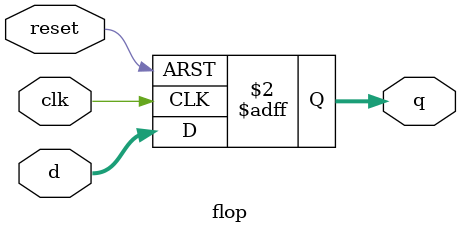
<source format=sv>
module flop #(parameter WIDTH = 8) (
								input logic clk, reset, 
								input logic [WIDTH-1:0] d, 
								output logic [WIDTH-1:0] q); 
								
								
always_ff @(posedge clk, posedge reset) 
		
		if (reset) q <= 0; 
		else q <= d; 
		
endmodule

</source>
